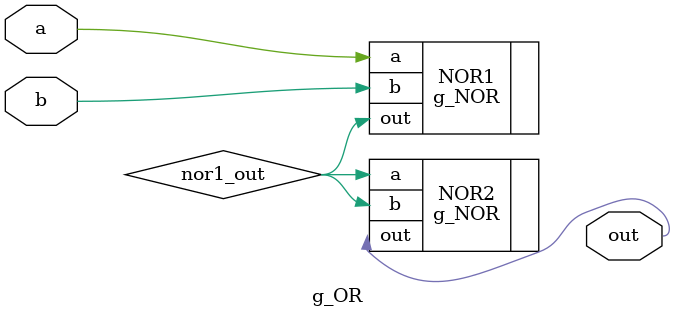
<source format=v>

module g_OR
(
    input  a, b,
    output out
);

wire nor1_out;

g_NOR NOR1 ( .a(a),        .b(b),        .out(nor1_out) );
g_NOR NOR2 ( .a(nor1_out), .b(nor1_out), .out(out)      );

endmodule

</source>
